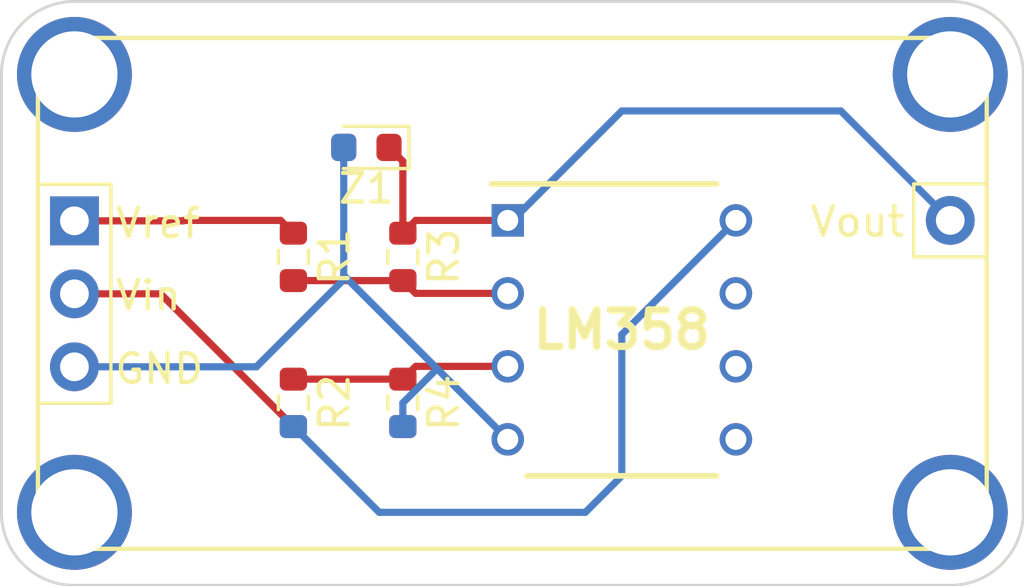
<source format=kicad_pcb>
(kicad_pcb (version 20211014) (generator pcbnew)
  (layers (0 "F.Cu" signal) (31 "B.Cu" signal) (34 "B.Paste" user) (35 "F.Paste" user) (36 "B.SilkS" user "B.Silkscreen") (37 "F.SilkS" user "F.Silkscreen") (38 "B.Mask" user) (39 "F.Mask" user) (44 "Edge.Cuts" user))
  (net 0 "")
  (net 1 "Net-(LM1-Pad2)")
  (net 2 "Net-(LM1-Pad3)")
  (net 3 "GND")
  (net 7 "+15V")
  (net 8 "+5V")
  (net 9 "/OUT1")
  (footprint "Resistor_SMD:R_0603_1608Metric" (layer "F.Cu") (at 138.43 100.33 -90)
    (fp_text reference "R4" (at 0 -1.43 90) (layer "F.SilkS"))
    (fp_text value "43kΩ")
    (fp_line (start -0.237258 -0.5225) (end 0.237258 -0.5225) (layer "F.SilkS") (width 0.12))
    (fp_line (start -0.237258 0.5225) (end 0.237258 0.5225) (layer "F.SilkS") (width 0.12))
    (pad "1" smd roundrect (at -0.825 0 270) (size 0.8 0.95) (layers "F.Cu" "F.Paste" "F.Mask") (net 2 "Net-(LM1-Pad3)"))
    (pad "2" thru_hole roundrect (at 0.825 0 270) (size 0.8 0.95) (layers *.Cu *.Mask "F.Paste") (net 3 "GND"))
  )
  (footprint "Resistor_SMD:R_0603_1608Metric" (layer "F.Cu") (at 134.62 100.33 -90)
    (fp_text reference "R2" (at 0 -1.43 90) (layer "F.SilkS"))
    (fp_text value "115kΩ")
    (fp_line (start -0.237258 0.5225) (end 0.237258 0.5225) (layer "F.SilkS") (width 0.12))
    (fp_line (start -0.237258 -0.5225) (end 0.237258 -0.5225) (layer "F.SilkS") (width 0.12))
    (pad "1" smd roundrect (at -0.825 0 270) (size 0.8 0.95) (layers "F.Cu" "F.Paste" "F.Mask") (net 2 "Net-(LM1-Pad3)"))
    (pad "2" thru_hole roundrect (at 0.825 0 270) (size 0.8 0.95) (layers *.Cu *.Mask "F.Paste") (net 7 "+15V"))
  )
  (footprint "Resistor_SMD:R_0603_1608Metric" (layer "F.Cu") (at 138.43 95.25 -90)
    (fp_text reference "R3" (at 0 -1.43 90) (layer "F.SilkS"))
    (fp_text value "43kΩ")
    (fp_line (start -0.237258 0.5225) (end 0.237258 0.5225) (layer "F.SilkS") (width 0.12))
    (fp_line (start -0.237258 -0.5225) (end 0.237258 -0.5225) (layer "F.SilkS") (width 0.12))
    (pad "1" smd roundrect (at -0.825 0 270) (size 0.8 0.95) (layers "F.Cu" "F.Paste" "F.Mask") (net 9 "/OUT1"))
    (pad "2" smd roundrect (at 0.825 0 270) (size 0.8 0.95) (layers "F.Cu" "F.Paste" "F.Mask") (net 1 "Net-(LM1-Pad2)"))
  )
  (footprint "Resistor_SMD:R_0603_1608Metric" (layer "F.Cu") (at 134.62 95.25 -90)
    (fp_text reference "R1" (at 0 -1.43 90) (layer "F.SilkS"))
    (fp_text value "10kΩ")
    (fp_line (start -0.237258 0.5225) (end 0.237258 0.5225) (layer "F.SilkS") (width 0.12))
    (fp_line (start -0.237258 -0.5225) (end 0.237258 -0.5225) (layer "F.SilkS") (width 0.12))
    (pad "1" smd roundrect (at -0.825 0 270) (size 0.8 0.95) (layers "F.Cu" "F.Paste" "F.Mask") (net 8 "+5V"))
    (pad "2" smd roundrect (at 0.825 0 270) (size 0.8 0.95) (layers "F.Cu" "F.Paste" "F.Mask") (net 1 "Net-(LM1-Pad2)"))
  )
  (footprint "Connector_PinHeader_2.54mm:PinHeader_1x03_P2.54mm_Vertical" (layer "F.Cu") (at 127 93.995)
    (fp_text reference "J1" hide)
    (fp_text value "Conn_01x03_Male" hide)
    (fp_line (start 1.27 6.35) (end -1.27 6.35) (layer "F.SilkS") (width 0.12))
    (fp_line (start -1.27 6.35) (end -1.27 -1.27) (layer "F.SilkS") (width 0.12))
    (fp_line (start -1.27 -1.27) (end 1.27 -1.27) (layer "F.SilkS") (width 0.12))
    (fp_line (start 1.27 -1.27) (end 1.27 6.35) (layer "F.SilkS") (width 0.12))
    (pad "1" thru_hole rect (at 0 0) (size 1.7 1.7) (drill 1) (layers F&B.Cu *.Mask) (net 8 "+5V"))
    (pad "2" thru_hole oval (at 0 2.54) (size 1.7 1.7) (drill 1) (layers F&B.Cu *.Mask) (net 7 "+15V"))
    (pad "3" thru_hole oval (at 0 5.08) (size 1.7 1.7) (drill 1) (layers F&B.Cu *.Mask) (net 3 "GND"))
  )
  (footprint "Diode_SMD:D_0603_1608Metric" (layer "F.Cu") (at 137.16 91.44 180)
    (fp_text reference "Z1" (at 0 -1.43) (layer "F.SilkS"))
    (fp_text value "1N4732A")
    (fp_line (start -1.485 -0.735) (end -1.485 0.735) (layer "F.SilkS") (width 0.12))
    (fp_line (start -1.485 0.735) (end 0.8 0.735) (layer "F.SilkS") (width 0.12))
    (fp_line (start 0.8 -0.735) (end -1.485 -0.735) (layer "F.SilkS") (width 0.12))
    (pad "1" smd roundrect (at -0.7875 0 180) (size 0.875 0.95) (layers "F.Cu" "F.Paste" "F.Mask") (net 9 "/OUT1"))
    (pad "2" thru_hole roundrect (at 0.7875 0 180) (size 0.875 0.95) (layers *.Cu *.Mask "F.Paste") (net 3 "GND"))
  )
  (footprint "Connector_PinHeader_2.54mm:PinHeader_1x01_P2.54mm_Vertical" (layer "F.Cu") (at 157.48 93.98)
    (fp_text reference "J2" hide)
    (fp_text value "Conn_01x01_Male" hide)
    (fp_line (start 1.27 1.27) (end 1.27 -1.27) (layer "F.SilkS") (width 0.12))
    (fp_line (start 1.27 -1.27) (end -1.27 -1.27) (layer "F.SilkS") (width 0.12))
    (fp_line (start -1.27 -1.27) (end -1.27 1.27) (layer "F.SilkS") (width 0.12))
    (fp_line (start -1.27 1.27) (end 1.27 1.27) (layer "F.SilkS") (width 0.12))
    (pad "1" thru_hole circle (at 0 0) (size 1.7 1.7) (drill 1) (layers *.Cu *.Mask) (net 9 "/OUT1"))
  )
  (footprint "LM358APE4:LM358APE4 Footprint" (layer "F.Cu") (at 146.05 97.79)
    (fp_text reference "LM358" (at 0 0) (layer "F.SilkS") (effects (font (size 1.27 1.27) (thickness 0.254))))
    (fp_text value "LM358APE4" hide)
    (fp_line (start -3.3 5.08) (end 3.3 5.08) (layer "F.SilkS") (width 0.2))
    (fp_line (start -4.535 -5.08) (end 3.3 -5.08) (layer "F.SilkS") (width 0.2))
    (pad "1" thru_hole rect (at -3.97 -3.81) (size 1.13 1.13) (drill 0.73) (layers *.Cu *.Mask) (net 9 "/OUT1"))
    (pad "2" thru_hole circle (at -3.97 -1.27) (size 1.13 1.13) (drill 0.73) (layers *.Cu *.Mask) (net 1 "Net-(LM1-Pad2)"))
    (pad "3" thru_hole circle (at -3.97 1.27) (size 1.13 1.13) (drill 0.73) (layers *.Cu *.Mask) (net 2 "Net-(LM1-Pad3)"))
    (pad "4" thru_hole circle (at -3.97 3.81) (size 1.13 1.13) (drill 0.73) (layers *.Cu *.Mask) (net 3 "GND"))
    (pad "5" thru_hole circle (at 3.97 3.81) (size 1.13 1.13) (drill 0.73) (layers *.Cu *.Mask))
    (pad "6" thru_hole circle (at 3.97 1.27) (size 1.13 1.13) (drill 0.73) (layers *.Cu *.Mask))
    (pad "7" thru_hole circle (at 3.97 -1.27) (size 1.13 1.13) (drill 0.73) (layers *.Cu *.Mask))
    (pad "8" thru_hole circle (at 3.97 -3.81) (size 1.13 1.13) (drill 0.73) (layers *.Cu *.Mask) (net 7 "+15V"))
  )
  (gr_arc (start 157.48 87.63) (mid 158.378026 88.001974) (end 158.75 88.9) (layer "F.SilkS") (width 0.15))
  (gr_arc (start 125.73 88.9) (mid 126.101974 88.001974) (end 127 87.63) (layer "F.SilkS") (width 0.15))
  (gr_line (start 127 105.41) (end 157.48 105.41) (layer "F.SilkS") (width 0.15))
  (gr_line (start 157.48 87.63) (end 127 87.63) (layer "F.SilkS") (width 0.15))
  (gr_arc (start 158.75 104.14) (mid 158.378026 105.038026) (end 157.48 105.41) (layer "F.SilkS") (width 0.15))
  (gr_arc (start 127 105.41) (mid 126.101974 105.038026) (end 125.73 104.14) (layer "F.SilkS") (width 0.15))
  (gr_line (start 158.75 104.14) (end 158.75 88.9) (layer "F.SilkS") (width 0.15))
  (gr_line (start 125.73 104.14) (end 125.73 88.9) (layer "F.SilkS") (width 0.15))
  (gr_line (start 127 106.68) (end 157.48 106.68) (layer "Edge.Cuts") (width 0.1))
  (gr_arc (start 124.46 88.9) (mid 125.203949 87.103949) (end 127 86.36) (layer "Edge.Cuts") (width 0.1))
  (gr_line (start 124.46 88.9) (end 124.46 104.14) (layer "Edge.Cuts") (width 0.1))
  (gr_line (start 160.02 88.9) (end 160.02 104.14) (layer "Edge.Cuts") (width 0.1))
  (gr_arc (start 157.48 86.36) (mid 159.276051 87.103949) (end 160.02 88.9) (layer "Edge.Cuts") (width 0.1))
  (gr_line (start 127 86.36) (end 157.48 86.36) (layer "Edge.Cuts") (width 0.1))
  (gr_arc (start 127 106.68) (mid 125.203949 105.936051) (end 124.46 104.14) (layer "Edge.Cuts") (width 0.1))
  (gr_arc (start 160.02 104.14) (mid 159.276051 105.936051) (end 157.48 106.68) (layer "Edge.Cuts") (width 0.1))
  (gr_text "Vref" (at 128.354817 94.079486) (layer "F.SilkS") (effects (font (size 1 1)) (justify left)))
  (gr_text "Vin\n" (at 128.354817 96.590147) (layer "F.SilkS") (effects (font (size 1 1)) (justify left)))
  (gr_text "GND" (at 128.331435 99.147573) (layer "F.SilkS") (effects (font (size 1 1)) (justify left)))
  (gr_text "Vout" (at 155.96643 94.025276) (layer "F.SilkS") (effects (font (size 1 1)) (justify right)))
  (via (at 157.48 88.9) (size 4) (drill 3) (layers "F.Cu" "B.Cu") (net 0))
  (via (at 127 104.14) (size 4) (drill 3) (layers "F.Cu" "B.Cu") (net 0))
  (via (at 127 88.9) (size 4) (drill 3) (layers "F.Cu" "B.Cu") (net 0))
  (via (at 157.48 104.14) (size 4) (drill 3) (layers "F.Cu" "B.Cu") (net 0))
  (segment (start 138.875 96.52) (end 142.08 96.52) (width 0.25) (layer "F.Cu") (net 1))
  (segment (start 134.62 96.075) (end 138.43 96.075) (width 0.25) (layer "F.Cu") (net 1))
  (segment (start 138.43 96.075) (end 138.875 96.52) (width 0.25) (layer "F.Cu") (net 1))
  (segment (start 138.43 99.505) (end 138.875 99.06) (width 0.25) (layer "F.Cu") (net 2))
  (segment (start 138.875 99.06) (end 142.08 99.06) (width 0.25) (layer "F.Cu") (net 2))
  (segment (start 134.62 99.505) (end 138.43 99.505) (width 0.25) (layer "F.Cu") (net 2))
  (segment (start 138.43 101.155) (end 138.43 100.33) (width 0.25) (layer "B.Cu") (net 3))
  (segment (start 139.62 99.14) (end 142.08 101.6) (width 0.25) (layer "B.Cu") (net 3))
  (segment (start 136.3725 91.44) (end 136.3725 95.8925) (width 0.25) (layer "B.Cu") (net 3))
  (segment (start 136.3725 95.8925) (end 136.3725 96.0375) (width 0.25) (layer "B.Cu") (net 3))
  (segment (start 138.43 100.33) (end 139.62 99.14) (width 0.25) (layer "B.Cu") (net 3))
  (segment (start 127 99.075) (end 133.335 99.075) (width 0.25) (layer "B.Cu") (net 3))
  (segment (start 133.335 99.075) (end 136.3725 96.0375) (width 0.25) (layer "B.Cu") (net 3))
  (segment (start 136.3725 95.8925) (end 139.62 99.14) (width 0.25) (layer "B.Cu") (net 3))
  (segment (start 127 96.535) (end 130 96.535) (width 0.25) (layer "F.Cu") (net 7))
  (segment (start 130 96.535) (end 134.62 101.155) (width 0.25) (layer "F.Cu") (net 7))
  (segment (start 146.05 97.95) (end 150.02 93.98) (width 0.25) (layer "B.Cu") (net 7))
  (segment (start 146.05 102.87) (end 146.05 97.95) (width 0.25) (layer "B.Cu") (net 7))
  (segment (start 134.62 101.155) (end 137.605 104.14) (width 0.25) (layer "B.Cu") (net 7))
  (segment (start 137.605 104.14) (end 144.78 104.14) (width 0.25) (layer "B.Cu") (net 7))
  (segment (start 144.78 104.14) (end 146.05 102.87) (width 0.25) (layer "B.Cu") (net 7))
  (segment (start 127 93.995) (end 130.795 93.995) (width 0.25) (layer "F.Cu") (net 8))
  (segment (start 134.175 93.98) (end 134.62 94.425) (width 0.25) (layer "F.Cu") (net 8))
  (segment (start 130.81 93.98) (end 134.175 93.98) (width 0.25) (layer "F.Cu") (net 8))
  (segment (start 130.795 93.995) (end 130.81 93.98) (width 0.25) (layer "F.Cu") (net 8))
  (segment (start 138.43 91.9225) (end 138.43 94.425) (width 0.25) (layer "F.Cu") (net 9))
  (segment (start 138.43 94.425) (end 138.875 93.98) (width 0.25) (layer "F.Cu") (net 9))
  (segment (start 137.9475 91.44) (end 138.43 91.9225) (width 0.25) (layer "F.Cu") (net 9))
  (segment (start 138.875 93.98) (end 142.08 93.98) (width 0.25) (layer "F.Cu") (net 9))
  (segment (start 153.67 90.17) (end 157.48 93.98) (width 0.25) (layer "B.Cu") (net 9))
  (segment (start 142.24 93.98) (end 146.05 90.17) (width 0.25) (layer "B.Cu") (net 9))
  (segment (start 146.05 90.17) (end 153.67 90.17) (width 0.25) (layer "B.Cu") (net 9))
  (segment (start 142.08 93.98) (end 142.24 93.98) (width 0.25) (layer "B.Cu") (net 9))
)
</source>
